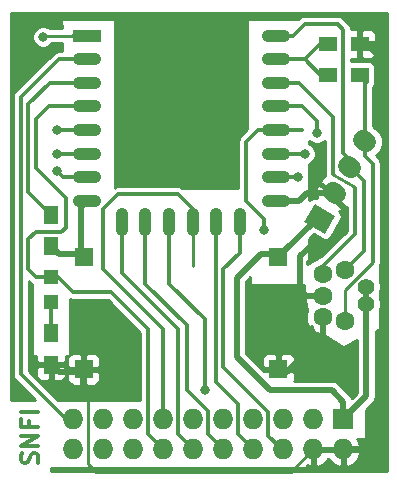
<source format=gbr>
G04 #@! TF.FileFunction,Copper,L1,Top,Signal*
%FSLAX46Y46*%
G04 Gerber Fmt 4.6, Leading zero omitted, Abs format (unit mm)*
G04 Created by KiCad (PCBNEW (2015-09-21 BZR 6208, Git 1d27d08)-product) date Sam 03 Okt 2015 00:56:19 CEST*
%MOMM*%
G01*
G04 APERTURE LIST*
%ADD10C,0.100000*%
%ADD11C,0.300000*%
%ADD12R,1.300000X1.500000*%
%ADD13R,1.500000X1.500000*%
%ADD14R,1.198880X1.198880*%
%ADD15O,1.100000X2.400000*%
%ADD16R,2.400000X1.100000*%
%ADD17O,2.400000X1.100000*%
%ADD18C,1.600000*%
%ADD19C,1.400000*%
%ADD20R,1.500000X1.300000*%
%ADD21R,1.727200X1.727200*%
%ADD22O,1.727200X1.727200*%
%ADD23C,1.727200*%
%ADD24C,0.800000*%
%ADD25C,0.500000*%
%ADD26C,0.250000*%
G04 APERTURE END LIST*
D10*
D11*
X179857143Y-130714286D02*
X179928571Y-130500000D01*
X179928571Y-130142857D01*
X179857143Y-130000000D01*
X179785714Y-129928571D01*
X179642857Y-129857143D01*
X179500000Y-129857143D01*
X179357143Y-129928571D01*
X179285714Y-130000000D01*
X179214286Y-130142857D01*
X179142857Y-130428571D01*
X179071429Y-130571429D01*
X179000000Y-130642857D01*
X178857143Y-130714286D01*
X178714286Y-130714286D01*
X178571429Y-130642857D01*
X178500000Y-130571429D01*
X178428571Y-130428571D01*
X178428571Y-130071429D01*
X178500000Y-129857143D01*
X179928571Y-129214286D02*
X178428571Y-129214286D01*
X179928571Y-128357143D01*
X178428571Y-128357143D01*
X179142857Y-127142857D02*
X179142857Y-127642857D01*
X179928571Y-127642857D02*
X178428571Y-127642857D01*
X178428571Y-126928571D01*
X179928571Y-126357143D02*
X178428571Y-126357143D01*
D12*
X181000000Y-119650000D03*
X181000000Y-122350000D03*
D13*
X183750000Y-113250000D03*
X183750000Y-122750000D03*
X200250000Y-122750000D03*
X200250000Y-113250000D03*
D14*
X181000000Y-114950980D03*
X181000000Y-117049020D03*
D12*
X181000000Y-112350000D03*
X181000000Y-109650000D03*
D15*
X186990000Y-110250000D03*
X188990000Y-110250000D03*
X190990000Y-110250000D03*
X192990000Y-110250000D03*
X194990000Y-110250000D03*
X196990000Y-110250000D03*
D16*
X184000000Y-94500000D03*
D17*
X184000000Y-96500000D03*
X184000000Y-98500000D03*
X184000000Y-100500000D03*
X184000000Y-102500000D03*
X184000000Y-104500000D03*
X184000000Y-106500000D03*
X184000000Y-108500000D03*
X200000000Y-108500000D03*
X200000000Y-106500000D03*
X200000000Y-104500000D03*
X200000000Y-102500000D03*
X200000000Y-100500000D03*
X200000000Y-98500000D03*
X200000000Y-96500000D03*
X200000000Y-94500000D03*
D18*
X203990000Y-118360000D03*
X203990000Y-116510000D03*
X203990000Y-114660000D03*
X205850000Y-118650000D03*
X205850000Y-114350000D03*
D19*
X207700000Y-115750000D03*
X207700000Y-117250000D03*
D20*
X207150000Y-97800000D03*
X204450000Y-97800000D03*
X204450000Y-95200000D03*
X207150000Y-95200000D03*
D21*
X205740000Y-127000000D03*
D22*
X205740000Y-129540000D03*
X203200000Y-127000000D03*
X203200000Y-129540000D03*
X200660000Y-127000000D03*
X200660000Y-129540000D03*
X198120000Y-127000000D03*
X198120000Y-129540000D03*
X195580000Y-127000000D03*
X195580000Y-129540000D03*
X193040000Y-127000000D03*
X193040000Y-129540000D03*
X190500000Y-127000000D03*
X190500000Y-129540000D03*
X187960000Y-127000000D03*
X187960000Y-129540000D03*
X185420000Y-127000000D03*
X185420000Y-129540000D03*
X182880000Y-127000000D03*
X182880000Y-129540000D03*
D10*
G36*
X204198082Y-111255900D02*
X202438318Y-110239900D01*
X203301918Y-108744100D01*
X205061682Y-109760100D01*
X204198082Y-111255900D01*
X204198082Y-111255900D01*
G37*
D23*
X204888018Y-107724095D02*
X205151982Y-107876495D01*
X206158018Y-105524391D02*
X206421982Y-105676791D01*
X207428018Y-103324686D02*
X207691982Y-103477086D01*
D24*
X199000000Y-111000000D03*
X202500000Y-104500000D03*
X180340000Y-94615000D03*
X203500000Y-102750000D03*
X194000000Y-124500000D03*
X181500000Y-104500000D03*
X181500000Y-106000000D03*
X181500000Y-102500000D03*
X201900000Y-106500000D03*
D11*
X181000000Y-114950980D02*
X179720980Y-114950980D01*
X180805000Y-100500000D02*
X184000000Y-100500000D01*
X179705000Y-101600000D02*
X180805000Y-100500000D01*
X179705000Y-105705000D02*
X179705000Y-101600000D01*
X182250000Y-108250000D02*
X179705000Y-105705000D01*
X182250000Y-110750000D02*
X182250000Y-108250000D01*
X181875000Y-111125000D02*
X182250000Y-110750000D01*
X179705000Y-111125000D02*
X181875000Y-111125000D01*
X179070000Y-111760000D02*
X179705000Y-111125000D01*
X179070000Y-114300000D02*
X179070000Y-111760000D01*
X179720980Y-114950980D02*
X179070000Y-114300000D01*
X190500000Y-129540000D02*
X189230000Y-128270000D01*
X181625980Y-114950980D02*
X181000000Y-114950980D01*
X182880000Y-116205000D02*
X181625980Y-114950980D01*
X186055000Y-116205000D02*
X182880000Y-116205000D01*
X189230000Y-119380000D02*
X186055000Y-116205000D01*
X189230000Y-128270000D02*
X189230000Y-119380000D01*
X181000000Y-119650000D02*
X181000000Y-117049020D01*
D25*
X200500000Y-113000000D02*
X198750000Y-113000000D01*
X205740000Y-125490000D02*
X204750000Y-124500000D01*
X204750000Y-124500000D02*
X199500000Y-124500000D01*
X205740000Y-125490000D02*
X205740000Y-127000000D01*
X196750000Y-121750000D02*
X199500000Y-124500000D01*
X196750000Y-115000000D02*
X196750000Y-121750000D01*
X198750000Y-113000000D02*
X196750000Y-115000000D01*
X203750000Y-110000000D02*
X203500000Y-110000000D01*
X203500000Y-110000000D02*
X200500000Y-113000000D01*
X200500000Y-113000000D02*
X200500000Y-112750000D01*
X207700000Y-117250000D02*
X207700000Y-125040000D01*
X207700000Y-125040000D02*
X205740000Y-127000000D01*
X207700000Y-115750000D02*
X207700000Y-117250000D01*
D26*
X200500000Y-113000000D02*
X200630000Y-113000000D01*
D25*
X205020000Y-107800295D02*
X205020000Y-108320000D01*
X205020000Y-108320000D02*
X205900000Y-109200000D01*
X202610000Y-116510000D02*
X203990000Y-116510000D01*
X202100000Y-116000000D02*
X202610000Y-116510000D01*
X202100000Y-113200000D02*
X202100000Y-116000000D01*
X202900000Y-112400000D02*
X202100000Y-113200000D01*
X204300000Y-112400000D02*
X202900000Y-112400000D01*
X205900000Y-110800000D02*
X204300000Y-112400000D01*
X205900000Y-109200000D02*
X205900000Y-110800000D01*
X200000000Y-108500000D02*
X202000000Y-108500000D01*
X202699705Y-107800295D02*
X205020000Y-107800295D01*
X202000000Y-108500000D02*
X202699705Y-107800295D01*
X200500000Y-123000000D02*
X201000000Y-123000000D01*
X201000000Y-123000000D02*
X203990000Y-120010000D01*
X203990000Y-120010000D02*
X203990000Y-118360000D01*
X207150000Y-95200000D02*
X207700000Y-95200000D01*
X207700000Y-95200000D02*
X209250000Y-96750000D01*
X207960000Y-129540000D02*
X205740000Y-129540000D01*
D26*
X203200000Y-129540000D02*
X205740000Y-129540000D01*
X200500000Y-123000000D02*
X200470000Y-123000000D01*
X183500000Y-123000000D02*
X183500000Y-124445000D01*
X201295000Y-131445000D02*
X203200000Y-129540000D01*
X184785000Y-131445000D02*
X201295000Y-131445000D01*
X184150000Y-130810000D02*
X184785000Y-131445000D01*
X184150000Y-125095000D02*
X184150000Y-130810000D01*
X183500000Y-124445000D02*
X184150000Y-125095000D01*
D25*
X183500000Y-123000000D02*
X181650000Y-123000000D01*
X181650000Y-123000000D02*
X181000000Y-122350000D01*
X209250000Y-128250000D02*
X207960000Y-129540000D01*
X209250000Y-96750000D02*
X209250000Y-103750000D01*
X209250000Y-103750000D02*
X209250000Y-128250000D01*
X183500000Y-113000000D02*
X183500000Y-109000000D01*
X183500000Y-109000000D02*
X184000000Y-108500000D01*
X183500000Y-113000000D02*
X181650000Y-113000000D01*
X181650000Y-113000000D02*
X181000000Y-112350000D01*
D11*
X200000000Y-102500000D02*
X202250000Y-102500000D01*
X198500000Y-102500000D02*
X200000000Y-102500000D01*
X197500000Y-103500000D02*
X198500000Y-102500000D01*
X197500000Y-108500000D02*
X197500000Y-103500000D01*
X199000000Y-110000000D02*
X197500000Y-108500000D01*
X199000000Y-111000000D02*
X199000000Y-110000000D01*
D26*
X200660000Y-127000000D02*
X200660000Y-126292890D01*
D11*
X200660000Y-126840000D02*
X200660000Y-127000000D01*
X182880000Y-127000000D02*
X182245000Y-127000000D01*
X182245000Y-127000000D02*
X178435000Y-123190000D01*
X178435000Y-123190000D02*
X178435000Y-99695000D01*
X178435000Y-99695000D02*
X181630000Y-96500000D01*
X181630000Y-96500000D02*
X184000000Y-96500000D01*
X202500000Y-104500000D02*
X200000000Y-104500000D01*
D26*
X180455000Y-94500000D02*
X184000000Y-94500000D01*
X180340000Y-94615000D02*
X180455000Y-94500000D01*
D11*
X182880000Y-129540000D02*
X182245000Y-129540000D01*
X182852180Y-94500000D02*
X184000000Y-94500000D01*
X203500000Y-102750000D02*
X203500000Y-101750000D01*
X203500000Y-101750000D02*
X202250000Y-100500000D01*
X202250000Y-100500000D02*
X200000000Y-100500000D01*
X200660000Y-129540000D02*
X200533000Y-129540000D01*
X200533000Y-129540000D02*
X199390000Y-128397000D01*
X199390000Y-128397000D02*
X199390000Y-126365000D01*
X199390000Y-126365000D02*
X195580000Y-122555000D01*
X195580000Y-122555000D02*
X195580000Y-114300000D01*
X195580000Y-114300000D02*
X196990000Y-112890000D01*
X196990000Y-112890000D02*
X196990000Y-110250000D01*
X190990000Y-115490000D02*
X190990000Y-110250000D01*
X194000000Y-118500000D02*
X190990000Y-115490000D01*
X194000000Y-124500000D02*
X194000000Y-118500000D01*
X198120000Y-129540000D02*
X196850000Y-128270000D01*
X194945000Y-123825000D02*
X194945000Y-110295000D01*
X196850000Y-125730000D02*
X194945000Y-123825000D01*
X196850000Y-128270000D02*
X196850000Y-125730000D01*
X194945000Y-110295000D02*
X194990000Y-110250000D01*
D26*
X192990000Y-110250000D02*
X192990000Y-113990000D01*
X192990000Y-113990000D02*
X193000000Y-114000000D01*
D11*
X190500000Y-127000000D02*
X190500000Y-119380000D01*
X192990000Y-109170000D02*
X192990000Y-110250000D01*
X191770000Y-107950000D02*
X192990000Y-109170000D01*
X186690000Y-107950000D02*
X191770000Y-107950000D01*
X185420000Y-109220000D02*
X186690000Y-107950000D01*
X185420000Y-114300000D02*
X185420000Y-109220000D01*
X190500000Y-119380000D02*
X185420000Y-114300000D01*
X195580000Y-129540000D02*
X194310000Y-128270000D01*
X188990000Y-115490000D02*
X188990000Y-110250000D01*
X192500000Y-119000000D02*
X188990000Y-115490000D01*
X192500000Y-124500000D02*
X192500000Y-119000000D01*
X194310000Y-126310000D02*
X192500000Y-124500000D01*
X194310000Y-128270000D02*
X194310000Y-126310000D01*
X189230000Y-110490000D02*
X188990000Y-110250000D01*
X181500000Y-104500000D02*
X184000000Y-104500000D01*
X193040000Y-129540000D02*
X191770000Y-128270000D01*
X186990000Y-114600000D02*
X186990000Y-110250000D01*
X191770000Y-119380000D02*
X186990000Y-114600000D01*
X191770000Y-128270000D02*
X191770000Y-119380000D01*
X186690000Y-110550000D02*
X186990000Y-110250000D01*
X184000000Y-106500000D02*
X182000000Y-106500000D01*
X182000000Y-106500000D02*
X181500000Y-106000000D01*
X184000000Y-102500000D02*
X181500000Y-102500000D01*
X201900000Y-106500000D02*
X200000000Y-106500000D01*
X184000000Y-98500000D02*
X180900000Y-98500000D01*
X179070000Y-107720000D02*
X181000000Y-109650000D01*
X179070000Y-100330000D02*
X179070000Y-107720000D01*
X180900000Y-98500000D02*
X179070000Y-100330000D01*
D26*
X204800000Y-106200000D02*
X206692644Y-107312740D01*
D11*
X204849998Y-101349998D02*
X204849998Y-106250002D01*
X202000000Y-98500000D02*
X204849998Y-101349998D01*
X206700000Y-111300000D02*
X206700000Y-107389231D01*
X200000000Y-98500000D02*
X202000000Y-98500000D01*
X206700000Y-111300000D02*
X203990000Y-114010000D01*
X203990000Y-114660000D02*
X203990000Y-114010000D01*
X200300000Y-98500000D02*
X200000000Y-98500000D01*
X200000000Y-98500000D02*
X201100000Y-98500000D01*
X204450000Y-97800000D02*
X203800000Y-97800000D01*
X203800000Y-97800000D02*
X202500000Y-96500000D01*
X200000000Y-96500000D02*
X202500000Y-96500000D01*
X202500000Y-96500000D02*
X203800000Y-95200000D01*
X203800000Y-95200000D02*
X204450000Y-95200000D01*
X200000000Y-96500000D02*
X201100000Y-96500000D01*
X207560000Y-103400886D02*
X207560000Y-98210000D01*
X207560000Y-98210000D02*
X207150000Y-97800000D01*
X207560000Y-104650886D02*
X207560000Y-98210000D01*
X207560000Y-98210000D02*
X207150000Y-97800000D01*
X208250000Y-105340886D02*
X208250000Y-106610591D01*
D26*
X205850000Y-116050000D02*
X208250000Y-113650000D01*
D11*
X208250000Y-113650000D02*
X208250000Y-106610591D01*
D26*
X205850000Y-116050000D02*
X205850000Y-118650000D01*
D11*
X208250000Y-105340886D02*
X207560000Y-104650886D01*
X207750000Y-98400000D02*
X207150000Y-97800000D01*
X206290000Y-105600591D02*
X206290000Y-104990000D01*
X206290000Y-104990000D02*
X205750000Y-104450000D01*
X205750000Y-94000000D02*
X205250000Y-93500000D01*
X205250000Y-93500000D02*
X202500000Y-93500000D01*
X202500000Y-93500000D02*
X201500000Y-94500000D01*
X201500000Y-94500000D02*
X200000000Y-94500000D01*
X205750000Y-104450000D02*
X205750000Y-94000000D01*
X207500000Y-108060591D02*
X207500000Y-106810591D01*
X207500000Y-112750000D02*
X207500000Y-108060591D01*
X205900000Y-114350000D02*
X207500000Y-112750000D01*
X207500000Y-106810591D02*
X206290000Y-105600591D01*
X205850000Y-114350000D02*
X205900000Y-114350000D01*
X200800000Y-94500000D02*
X200000000Y-94500000D01*
D26*
G36*
X209400000Y-131400000D02*
X180975000Y-131400000D01*
X180975000Y-131119937D01*
X181000000Y-131125000D01*
X202500000Y-131125000D01*
X202545432Y-131116451D01*
X202587159Y-131089601D01*
X202615152Y-131048632D01*
X202625000Y-131000000D01*
X202625000Y-130882872D01*
X202844492Y-130985535D01*
X203075000Y-130867102D01*
X203075000Y-129665000D01*
X203325000Y-129665000D01*
X203325000Y-130867102D01*
X203555508Y-130985535D01*
X204081629Y-130739453D01*
X204470000Y-130314626D01*
X204858371Y-130739453D01*
X205384492Y-130985535D01*
X205615000Y-130867102D01*
X205615000Y-129665000D01*
X205865000Y-129665000D01*
X205865000Y-130867102D01*
X206095508Y-130985535D01*
X206621629Y-130739453D01*
X207013530Y-130310765D01*
X207185525Y-129895507D01*
X207066473Y-129665000D01*
X205865000Y-129665000D01*
X205615000Y-129665000D01*
X203325000Y-129665000D01*
X203075000Y-129665000D01*
X203055000Y-129665000D01*
X203055000Y-129415000D01*
X203075000Y-129415000D01*
X203075000Y-129395000D01*
X203325000Y-129395000D01*
X203325000Y-129415000D01*
X205615000Y-129415000D01*
X205615000Y-129395000D01*
X205865000Y-129395000D01*
X205865000Y-129415000D01*
X207066473Y-129415000D01*
X207185525Y-129184493D01*
X207013530Y-128769235D01*
X206881672Y-128625000D01*
X207500000Y-128625000D01*
X207545432Y-128616451D01*
X207587159Y-128589601D01*
X207615152Y-128548632D01*
X207625000Y-128500000D01*
X207625000Y-126211015D01*
X208248005Y-125588010D01*
X208248008Y-125588008D01*
X208416007Y-125336580D01*
X208432691Y-125252703D01*
X208475001Y-125040000D01*
X208475000Y-125039995D01*
X208475000Y-119527254D01*
X208805902Y-119361803D01*
X208837159Y-119339601D01*
X208865152Y-119298632D01*
X208875000Y-119250000D01*
X208875000Y-117614637D01*
X208924787Y-117494737D01*
X208925212Y-117007401D01*
X208875000Y-116885879D01*
X208875000Y-116114637D01*
X208924787Y-115994737D01*
X208925212Y-115507401D01*
X208875000Y-115385879D01*
X208875000Y-114000000D01*
X208867879Y-113958411D01*
X208854779Y-113936507D01*
X208873619Y-113908311D01*
X208925000Y-113650000D01*
X208925000Y-105340886D01*
X208873619Y-105082575D01*
X208727297Y-104863589D01*
X208492520Y-104628812D01*
X208563456Y-104593830D01*
X208920692Y-104186480D01*
X209094849Y-103673428D01*
X209059412Y-103132784D01*
X208819777Y-102646854D01*
X208412427Y-102289617D01*
X208235000Y-102187180D01*
X208235000Y-98865769D01*
X208243752Y-98852670D01*
X208273239Y-98833696D01*
X208393112Y-98658256D01*
X208435285Y-98450000D01*
X208435285Y-97150000D01*
X208398677Y-96955447D01*
X208283696Y-96776761D01*
X208108256Y-96656888D01*
X207900000Y-96614715D01*
X206425000Y-96614715D01*
X206425000Y-96475000D01*
X206868750Y-96475000D01*
X207025000Y-96318750D01*
X207025000Y-95325000D01*
X207275000Y-95325000D01*
X207275000Y-96318750D01*
X207431250Y-96475000D01*
X208024320Y-96475000D01*
X208254034Y-96379850D01*
X208429849Y-96204034D01*
X208525000Y-95974320D01*
X208525000Y-95481250D01*
X208368750Y-95325000D01*
X207275000Y-95325000D01*
X207025000Y-95325000D01*
X207005000Y-95325000D01*
X207005000Y-95075000D01*
X207025000Y-95075000D01*
X207025000Y-94081250D01*
X207275000Y-94081250D01*
X207275000Y-95075000D01*
X208368750Y-95075000D01*
X208525000Y-94918750D01*
X208525000Y-94425680D01*
X208429849Y-94195966D01*
X208254034Y-94020150D01*
X208024320Y-93925000D01*
X207431250Y-93925000D01*
X207275000Y-94081250D01*
X207025000Y-94081250D01*
X206868750Y-93925000D01*
X206410082Y-93925000D01*
X206373619Y-93741689D01*
X206373619Y-93741688D01*
X206227297Y-93522703D01*
X205727297Y-93022703D01*
X205508312Y-92876381D01*
X205250000Y-92825000D01*
X202500000Y-92825000D01*
X202241689Y-92876381D01*
X202022703Y-93022703D01*
X201920406Y-93125000D01*
X197750000Y-93125000D01*
X197704568Y-93133549D01*
X197662841Y-93160399D01*
X197634848Y-93201368D01*
X197625000Y-93250000D01*
X197625000Y-102420406D01*
X197022703Y-103022703D01*
X196876381Y-103241688D01*
X196826359Y-103493170D01*
X196825000Y-103500000D01*
X196825000Y-107375000D01*
X192101075Y-107375000D01*
X192028312Y-107326381D01*
X191770000Y-107275000D01*
X186690000Y-107275000D01*
X186431688Y-107326381D01*
X186375000Y-107364259D01*
X186375000Y-93250000D01*
X186366451Y-93204568D01*
X186339601Y-93162841D01*
X186298632Y-93134848D01*
X186250000Y-93125000D01*
X182000000Y-93125000D01*
X181953134Y-93134118D01*
X181911742Y-93161482D01*
X181884257Y-93202793D01*
X181875010Y-93251543D01*
X181882398Y-93850000D01*
X180883342Y-93850000D01*
X180864655Y-93831280D01*
X180524801Y-93690161D01*
X180156813Y-93689840D01*
X179816714Y-93830366D01*
X179556280Y-94090345D01*
X179415161Y-94430199D01*
X179414840Y-94798187D01*
X179555366Y-95138286D01*
X179815345Y-95398720D01*
X180155199Y-95539839D01*
X180523187Y-95540160D01*
X180863286Y-95399634D01*
X181113357Y-95150000D01*
X181898448Y-95150000D01*
X181906781Y-95825000D01*
X181630000Y-95825000D01*
X181371689Y-95876381D01*
X181371687Y-95876382D01*
X181371688Y-95876382D01*
X181152703Y-96022703D01*
X177957703Y-99217703D01*
X177811381Y-99436688D01*
X177811381Y-99436689D01*
X177760000Y-99695000D01*
X177760000Y-123190000D01*
X177811381Y-123448312D01*
X177957703Y-123667297D01*
X179615406Y-125325000D01*
X177600000Y-125325000D01*
X177600000Y-92600000D01*
X209400000Y-92600000D01*
X209400000Y-131400000D01*
X209400000Y-131400000D01*
G37*
X209400000Y-131400000D02*
X180975000Y-131400000D01*
X180975000Y-131119937D01*
X181000000Y-131125000D01*
X202500000Y-131125000D01*
X202545432Y-131116451D01*
X202587159Y-131089601D01*
X202615152Y-131048632D01*
X202625000Y-131000000D01*
X202625000Y-130882872D01*
X202844492Y-130985535D01*
X203075000Y-130867102D01*
X203075000Y-129665000D01*
X203325000Y-129665000D01*
X203325000Y-130867102D01*
X203555508Y-130985535D01*
X204081629Y-130739453D01*
X204470000Y-130314626D01*
X204858371Y-130739453D01*
X205384492Y-130985535D01*
X205615000Y-130867102D01*
X205615000Y-129665000D01*
X205865000Y-129665000D01*
X205865000Y-130867102D01*
X206095508Y-130985535D01*
X206621629Y-130739453D01*
X207013530Y-130310765D01*
X207185525Y-129895507D01*
X207066473Y-129665000D01*
X205865000Y-129665000D01*
X205615000Y-129665000D01*
X203325000Y-129665000D01*
X203075000Y-129665000D01*
X203055000Y-129665000D01*
X203055000Y-129415000D01*
X203075000Y-129415000D01*
X203075000Y-129395000D01*
X203325000Y-129395000D01*
X203325000Y-129415000D01*
X205615000Y-129415000D01*
X205615000Y-129395000D01*
X205865000Y-129395000D01*
X205865000Y-129415000D01*
X207066473Y-129415000D01*
X207185525Y-129184493D01*
X207013530Y-128769235D01*
X206881672Y-128625000D01*
X207500000Y-128625000D01*
X207545432Y-128616451D01*
X207587159Y-128589601D01*
X207615152Y-128548632D01*
X207625000Y-128500000D01*
X207625000Y-126211015D01*
X208248005Y-125588010D01*
X208248008Y-125588008D01*
X208416007Y-125336580D01*
X208432691Y-125252703D01*
X208475001Y-125040000D01*
X208475000Y-125039995D01*
X208475000Y-119527254D01*
X208805902Y-119361803D01*
X208837159Y-119339601D01*
X208865152Y-119298632D01*
X208875000Y-119250000D01*
X208875000Y-117614637D01*
X208924787Y-117494737D01*
X208925212Y-117007401D01*
X208875000Y-116885879D01*
X208875000Y-116114637D01*
X208924787Y-115994737D01*
X208925212Y-115507401D01*
X208875000Y-115385879D01*
X208875000Y-114000000D01*
X208867879Y-113958411D01*
X208854779Y-113936507D01*
X208873619Y-113908311D01*
X208925000Y-113650000D01*
X208925000Y-105340886D01*
X208873619Y-105082575D01*
X208727297Y-104863589D01*
X208492520Y-104628812D01*
X208563456Y-104593830D01*
X208920692Y-104186480D01*
X209094849Y-103673428D01*
X209059412Y-103132784D01*
X208819777Y-102646854D01*
X208412427Y-102289617D01*
X208235000Y-102187180D01*
X208235000Y-98865769D01*
X208243752Y-98852670D01*
X208273239Y-98833696D01*
X208393112Y-98658256D01*
X208435285Y-98450000D01*
X208435285Y-97150000D01*
X208398677Y-96955447D01*
X208283696Y-96776761D01*
X208108256Y-96656888D01*
X207900000Y-96614715D01*
X206425000Y-96614715D01*
X206425000Y-96475000D01*
X206868750Y-96475000D01*
X207025000Y-96318750D01*
X207025000Y-95325000D01*
X207275000Y-95325000D01*
X207275000Y-96318750D01*
X207431250Y-96475000D01*
X208024320Y-96475000D01*
X208254034Y-96379850D01*
X208429849Y-96204034D01*
X208525000Y-95974320D01*
X208525000Y-95481250D01*
X208368750Y-95325000D01*
X207275000Y-95325000D01*
X207025000Y-95325000D01*
X207005000Y-95325000D01*
X207005000Y-95075000D01*
X207025000Y-95075000D01*
X207025000Y-94081250D01*
X207275000Y-94081250D01*
X207275000Y-95075000D01*
X208368750Y-95075000D01*
X208525000Y-94918750D01*
X208525000Y-94425680D01*
X208429849Y-94195966D01*
X208254034Y-94020150D01*
X208024320Y-93925000D01*
X207431250Y-93925000D01*
X207275000Y-94081250D01*
X207025000Y-94081250D01*
X206868750Y-93925000D01*
X206410082Y-93925000D01*
X206373619Y-93741689D01*
X206373619Y-93741688D01*
X206227297Y-93522703D01*
X205727297Y-93022703D01*
X205508312Y-92876381D01*
X205250000Y-92825000D01*
X202500000Y-92825000D01*
X202241689Y-92876381D01*
X202022703Y-93022703D01*
X201920406Y-93125000D01*
X197750000Y-93125000D01*
X197704568Y-93133549D01*
X197662841Y-93160399D01*
X197634848Y-93201368D01*
X197625000Y-93250000D01*
X197625000Y-102420406D01*
X197022703Y-103022703D01*
X196876381Y-103241688D01*
X196826359Y-103493170D01*
X196825000Y-103500000D01*
X196825000Y-107375000D01*
X192101075Y-107375000D01*
X192028312Y-107326381D01*
X191770000Y-107275000D01*
X186690000Y-107275000D01*
X186431688Y-107326381D01*
X186375000Y-107364259D01*
X186375000Y-93250000D01*
X186366451Y-93204568D01*
X186339601Y-93162841D01*
X186298632Y-93134848D01*
X186250000Y-93125000D01*
X182000000Y-93125000D01*
X181953134Y-93134118D01*
X181911742Y-93161482D01*
X181884257Y-93202793D01*
X181875010Y-93251543D01*
X181882398Y-93850000D01*
X180883342Y-93850000D01*
X180864655Y-93831280D01*
X180524801Y-93690161D01*
X180156813Y-93689840D01*
X179816714Y-93830366D01*
X179556280Y-94090345D01*
X179415161Y-94430199D01*
X179414840Y-94798187D01*
X179555366Y-95138286D01*
X179815345Y-95398720D01*
X180155199Y-95539839D01*
X180523187Y-95540160D01*
X180863286Y-95399634D01*
X181113357Y-95150000D01*
X181898448Y-95150000D01*
X181906781Y-95825000D01*
X181630000Y-95825000D01*
X181371689Y-95876381D01*
X181371687Y-95876382D01*
X181371688Y-95876382D01*
X181152703Y-96022703D01*
X177957703Y-99217703D01*
X177811381Y-99436688D01*
X177811381Y-99436689D01*
X177760000Y-99695000D01*
X177760000Y-123190000D01*
X177811381Y-123448312D01*
X177957703Y-123667297D01*
X179615406Y-125325000D01*
X177600000Y-125325000D01*
X177600000Y-92600000D01*
X209400000Y-92600000D01*
X209400000Y-131400000D01*
G36*
X179243683Y-115428277D02*
X179375000Y-115516021D01*
X179375000Y-121500000D01*
X179383549Y-121545432D01*
X179410399Y-121587159D01*
X179451368Y-121615152D01*
X179500000Y-121625000D01*
X179725000Y-121625000D01*
X179725000Y-122068750D01*
X179881250Y-122225000D01*
X180875000Y-122225000D01*
X180875000Y-122205000D01*
X181125000Y-122205000D01*
X181125000Y-122225000D01*
X182118750Y-122225000D01*
X182275000Y-122068750D01*
X182275000Y-121625000D01*
X182491117Y-121625000D01*
X182470151Y-121645966D01*
X182375000Y-121875680D01*
X182375000Y-122468750D01*
X182531250Y-122625000D01*
X183625000Y-122625000D01*
X183625000Y-121531250D01*
X183875000Y-121531250D01*
X183875000Y-122625000D01*
X184968750Y-122625000D01*
X185125000Y-122468750D01*
X185125000Y-121875680D01*
X185029849Y-121645966D01*
X184854034Y-121470150D01*
X184624320Y-121375000D01*
X184031250Y-121375000D01*
X183875000Y-121531250D01*
X183625000Y-121531250D01*
X183468750Y-121375000D01*
X182875680Y-121375000D01*
X182645966Y-121470150D01*
X182625000Y-121491116D01*
X182625000Y-116829278D01*
X182880000Y-116880000D01*
X185775406Y-116880000D01*
X188555000Y-119659594D01*
X188555000Y-125375000D01*
X181574594Y-125375000D01*
X179110000Y-122910406D01*
X179110000Y-122631250D01*
X179725000Y-122631250D01*
X179725000Y-123224320D01*
X179820150Y-123454034D01*
X179995966Y-123629849D01*
X180225680Y-123725000D01*
X180718750Y-123725000D01*
X180875000Y-123568750D01*
X180875000Y-122475000D01*
X181125000Y-122475000D01*
X181125000Y-123568750D01*
X181281250Y-123725000D01*
X181774320Y-123725000D01*
X182004034Y-123629849D01*
X182179850Y-123454034D01*
X182275000Y-123224320D01*
X182275000Y-123031250D01*
X182375000Y-123031250D01*
X182375000Y-123624320D01*
X182470151Y-123854034D01*
X182645966Y-124029850D01*
X182875680Y-124125000D01*
X183468750Y-124125000D01*
X183625000Y-123968750D01*
X183625000Y-122875000D01*
X183875000Y-122875000D01*
X183875000Y-123968750D01*
X184031250Y-124125000D01*
X184624320Y-124125000D01*
X184854034Y-124029850D01*
X185029849Y-123854034D01*
X185125000Y-123624320D01*
X185125000Y-123031250D01*
X184968750Y-122875000D01*
X183875000Y-122875000D01*
X183625000Y-122875000D01*
X182531250Y-122875000D01*
X182375000Y-123031250D01*
X182275000Y-123031250D01*
X182275000Y-122631250D01*
X182118750Y-122475000D01*
X181125000Y-122475000D01*
X180875000Y-122475000D01*
X179881250Y-122475000D01*
X179725000Y-122631250D01*
X179110000Y-122631250D01*
X179110000Y-115294594D01*
X179243683Y-115428277D01*
X179243683Y-115428277D01*
G37*
X179243683Y-115428277D02*
X179375000Y-115516021D01*
X179375000Y-121500000D01*
X179383549Y-121545432D01*
X179410399Y-121587159D01*
X179451368Y-121615152D01*
X179500000Y-121625000D01*
X179725000Y-121625000D01*
X179725000Y-122068750D01*
X179881250Y-122225000D01*
X180875000Y-122225000D01*
X180875000Y-122205000D01*
X181125000Y-122205000D01*
X181125000Y-122225000D01*
X182118750Y-122225000D01*
X182275000Y-122068750D01*
X182275000Y-121625000D01*
X182491117Y-121625000D01*
X182470151Y-121645966D01*
X182375000Y-121875680D01*
X182375000Y-122468750D01*
X182531250Y-122625000D01*
X183625000Y-122625000D01*
X183625000Y-121531250D01*
X183875000Y-121531250D01*
X183875000Y-122625000D01*
X184968750Y-122625000D01*
X185125000Y-122468750D01*
X185125000Y-121875680D01*
X185029849Y-121645966D01*
X184854034Y-121470150D01*
X184624320Y-121375000D01*
X184031250Y-121375000D01*
X183875000Y-121531250D01*
X183625000Y-121531250D01*
X183468750Y-121375000D01*
X182875680Y-121375000D01*
X182645966Y-121470150D01*
X182625000Y-121491116D01*
X182625000Y-116829278D01*
X182880000Y-116880000D01*
X185775406Y-116880000D01*
X188555000Y-119659594D01*
X188555000Y-125375000D01*
X181574594Y-125375000D01*
X179110000Y-122910406D01*
X179110000Y-122631250D01*
X179725000Y-122631250D01*
X179725000Y-123224320D01*
X179820150Y-123454034D01*
X179995966Y-123629849D01*
X180225680Y-123725000D01*
X180718750Y-123725000D01*
X180875000Y-123568750D01*
X180875000Y-122475000D01*
X181125000Y-122475000D01*
X181125000Y-123568750D01*
X181281250Y-123725000D01*
X181774320Y-123725000D01*
X182004034Y-123629849D01*
X182179850Y-123454034D01*
X182275000Y-123224320D01*
X182275000Y-123031250D01*
X182375000Y-123031250D01*
X182375000Y-123624320D01*
X182470151Y-123854034D01*
X182645966Y-124029850D01*
X182875680Y-124125000D01*
X183468750Y-124125000D01*
X183625000Y-123968750D01*
X183625000Y-122875000D01*
X183875000Y-122875000D01*
X183875000Y-123968750D01*
X184031250Y-124125000D01*
X184624320Y-124125000D01*
X184854034Y-124029850D01*
X185029849Y-123854034D01*
X185125000Y-123624320D01*
X185125000Y-123031250D01*
X184968750Y-122875000D01*
X183875000Y-122875000D01*
X183625000Y-122875000D01*
X182531250Y-122875000D01*
X182375000Y-123031250D01*
X182275000Y-123031250D01*
X182275000Y-122631250D01*
X182118750Y-122475000D01*
X181125000Y-122475000D01*
X180875000Y-122475000D01*
X179881250Y-122475000D01*
X179725000Y-122631250D01*
X179110000Y-122631250D01*
X179110000Y-115294594D01*
X179243683Y-115428277D01*
G36*
X197875000Y-115500000D02*
X197883549Y-115545432D01*
X197910399Y-115587159D01*
X197951368Y-115615152D01*
X198000000Y-115625000D01*
X202375000Y-115625000D01*
X202375000Y-116500000D01*
X202379405Y-116532890D01*
X202704351Y-117724358D01*
X202553284Y-118143627D01*
X202579845Y-118709905D01*
X202745450Y-119109709D01*
X202989000Y-119184223D01*
X203078175Y-119095048D01*
X203129405Y-119282890D01*
X203149053Y-119323721D01*
X203177275Y-119349502D01*
X203165777Y-119361000D01*
X203240291Y-119604550D01*
X203773627Y-119796716D01*
X203907751Y-119790425D01*
X205685688Y-120857187D01*
X205708837Y-120868028D01*
X205758000Y-120874744D01*
X205805902Y-120861803D01*
X206925000Y-120302254D01*
X206925000Y-124718985D01*
X206453827Y-125190158D01*
X206288008Y-124941992D01*
X206288005Y-124941990D01*
X205298008Y-123951992D01*
X205046580Y-123783993D01*
X204750000Y-123725000D01*
X201583297Y-123725000D01*
X201625000Y-123624320D01*
X201625000Y-123031250D01*
X201468750Y-122875000D01*
X200375000Y-122875000D01*
X200375000Y-122895000D01*
X200125000Y-122895000D01*
X200125000Y-122875000D01*
X199031250Y-122875000D01*
X199001133Y-122905117D01*
X197971696Y-121875680D01*
X198875000Y-121875680D01*
X198875000Y-122468750D01*
X199031250Y-122625000D01*
X200125000Y-122625000D01*
X200125000Y-121531250D01*
X200375000Y-121531250D01*
X200375000Y-122625000D01*
X201468750Y-122625000D01*
X201625000Y-122468750D01*
X201625000Y-121875680D01*
X201529849Y-121645966D01*
X201354034Y-121470150D01*
X201124320Y-121375000D01*
X200531250Y-121375000D01*
X200375000Y-121531250D01*
X200125000Y-121531250D01*
X199968750Y-121375000D01*
X199375680Y-121375000D01*
X199145966Y-121470150D01*
X198970151Y-121645966D01*
X198875000Y-121875680D01*
X197971696Y-121875680D01*
X197525000Y-121428984D01*
X197525000Y-115321016D01*
X197875000Y-114971016D01*
X197875000Y-115500000D01*
X197875000Y-115500000D01*
G37*
X197875000Y-115500000D02*
X197883549Y-115545432D01*
X197910399Y-115587159D01*
X197951368Y-115615152D01*
X198000000Y-115625000D01*
X202375000Y-115625000D01*
X202375000Y-116500000D01*
X202379405Y-116532890D01*
X202704351Y-117724358D01*
X202553284Y-118143627D01*
X202579845Y-118709905D01*
X202745450Y-119109709D01*
X202989000Y-119184223D01*
X203078175Y-119095048D01*
X203129405Y-119282890D01*
X203149053Y-119323721D01*
X203177275Y-119349502D01*
X203165777Y-119361000D01*
X203240291Y-119604550D01*
X203773627Y-119796716D01*
X203907751Y-119790425D01*
X205685688Y-120857187D01*
X205708837Y-120868028D01*
X205758000Y-120874744D01*
X205805902Y-120861803D01*
X206925000Y-120302254D01*
X206925000Y-124718985D01*
X206453827Y-125190158D01*
X206288008Y-124941992D01*
X206288005Y-124941990D01*
X205298008Y-123951992D01*
X205046580Y-123783993D01*
X204750000Y-123725000D01*
X201583297Y-123725000D01*
X201625000Y-123624320D01*
X201625000Y-123031250D01*
X201468750Y-122875000D01*
X200375000Y-122875000D01*
X200375000Y-122895000D01*
X200125000Y-122895000D01*
X200125000Y-122875000D01*
X199031250Y-122875000D01*
X199001133Y-122905117D01*
X197971696Y-121875680D01*
X198875000Y-121875680D01*
X198875000Y-122468750D01*
X199031250Y-122625000D01*
X200125000Y-122625000D01*
X200125000Y-121531250D01*
X200375000Y-121531250D01*
X200375000Y-122625000D01*
X201468750Y-122625000D01*
X201625000Y-122468750D01*
X201625000Y-121875680D01*
X201529849Y-121645966D01*
X201354034Y-121470150D01*
X201124320Y-121375000D01*
X200531250Y-121375000D01*
X200375000Y-121531250D01*
X200125000Y-121531250D01*
X199968750Y-121375000D01*
X199375680Y-121375000D01*
X199145966Y-121470150D01*
X198970151Y-121645966D01*
X198875000Y-121875680D01*
X197971696Y-121875680D01*
X197525000Y-121428984D01*
X197525000Y-115321016D01*
X197875000Y-114971016D01*
X197875000Y-115500000D01*
G36*
X206025000Y-111020406D02*
X203870320Y-113175086D01*
X202625000Y-113797746D01*
X202625000Y-113625000D01*
X202750000Y-113625000D01*
X202795432Y-113616451D01*
X202837159Y-113589601D01*
X202865152Y-113548632D01*
X202875000Y-113500000D01*
X202875000Y-111721016D01*
X203262298Y-111333718D01*
X203930440Y-111719470D01*
X204117232Y-111785044D01*
X204329468Y-111774810D01*
X204521002Y-111682811D01*
X204661652Y-111523542D01*
X205525252Y-110027742D01*
X205590826Y-109840951D01*
X205580592Y-109628714D01*
X205488593Y-109437180D01*
X205361989Y-109325376D01*
X205732886Y-109248592D01*
X206025000Y-109050099D01*
X206025000Y-111020406D01*
X206025000Y-111020406D01*
G37*
X206025000Y-111020406D02*
X203870320Y-113175086D01*
X202625000Y-113797746D01*
X202625000Y-113625000D01*
X202750000Y-113625000D01*
X202795432Y-113616451D01*
X202837159Y-113589601D01*
X202865152Y-113548632D01*
X202875000Y-113500000D01*
X202875000Y-111721016D01*
X203262298Y-111333718D01*
X203930440Y-111719470D01*
X204117232Y-111785044D01*
X204329468Y-111774810D01*
X204521002Y-111682811D01*
X204661652Y-111523542D01*
X205525252Y-110027742D01*
X205590826Y-109840951D01*
X205580592Y-109628714D01*
X205488593Y-109437180D01*
X205361989Y-109325376D01*
X205732886Y-109248592D01*
X206025000Y-109050099D01*
X206025000Y-111020406D01*
G36*
X204174998Y-106056245D02*
X204156251Y-106110071D01*
X204170840Y-106363269D01*
X204200431Y-106424489D01*
X203826254Y-106678745D01*
X203813910Y-106693454D01*
X203801758Y-106952605D01*
X204974247Y-107629542D01*
X204984247Y-107612221D01*
X205200753Y-107737221D01*
X205190753Y-107754542D01*
X205208074Y-107764542D01*
X205083074Y-107981048D01*
X205065753Y-107971048D01*
X205055753Y-107988369D01*
X204839247Y-107863369D01*
X204849247Y-107846048D01*
X203676758Y-107169112D01*
X203458403Y-107309211D01*
X203451836Y-107327255D01*
X203409295Y-107907066D01*
X203528007Y-108265943D01*
X203382768Y-108214956D01*
X203170532Y-108225190D01*
X202978998Y-108317189D01*
X202875000Y-108434954D01*
X202875000Y-105345905D01*
X203023286Y-105284634D01*
X203283720Y-105024655D01*
X203424839Y-104684801D01*
X203425160Y-104316813D01*
X203284634Y-103976714D01*
X203024655Y-103716280D01*
X202875000Y-103654138D01*
X202875000Y-103433199D01*
X202975345Y-103533720D01*
X203315199Y-103674839D01*
X203683187Y-103675160D01*
X204023286Y-103534634D01*
X204174998Y-103383187D01*
X204174998Y-106056245D01*
X204174998Y-106056245D01*
G37*
X204174998Y-106056245D02*
X204156251Y-106110071D01*
X204170840Y-106363269D01*
X204200431Y-106424489D01*
X203826254Y-106678745D01*
X203813910Y-106693454D01*
X203801758Y-106952605D01*
X204974247Y-107629542D01*
X204984247Y-107612221D01*
X205200753Y-107737221D01*
X205190753Y-107754542D01*
X205208074Y-107764542D01*
X205083074Y-107981048D01*
X205065753Y-107971048D01*
X205055753Y-107988369D01*
X204839247Y-107863369D01*
X204849247Y-107846048D01*
X203676758Y-107169112D01*
X203458403Y-107309211D01*
X203451836Y-107327255D01*
X203409295Y-107907066D01*
X203528007Y-108265943D01*
X203382768Y-108214956D01*
X203170532Y-108225190D01*
X202978998Y-108317189D01*
X202875000Y-108434954D01*
X202875000Y-105345905D01*
X203023286Y-105284634D01*
X203283720Y-105024655D01*
X203424839Y-104684801D01*
X203425160Y-104316813D01*
X203284634Y-103976714D01*
X203024655Y-103716280D01*
X202875000Y-103654138D01*
X202875000Y-103433199D01*
X202975345Y-103533720D01*
X203315199Y-103674839D01*
X203683187Y-103675160D01*
X204023286Y-103534634D01*
X204174998Y-103383187D01*
X204174998Y-106056245D01*
M02*

</source>
